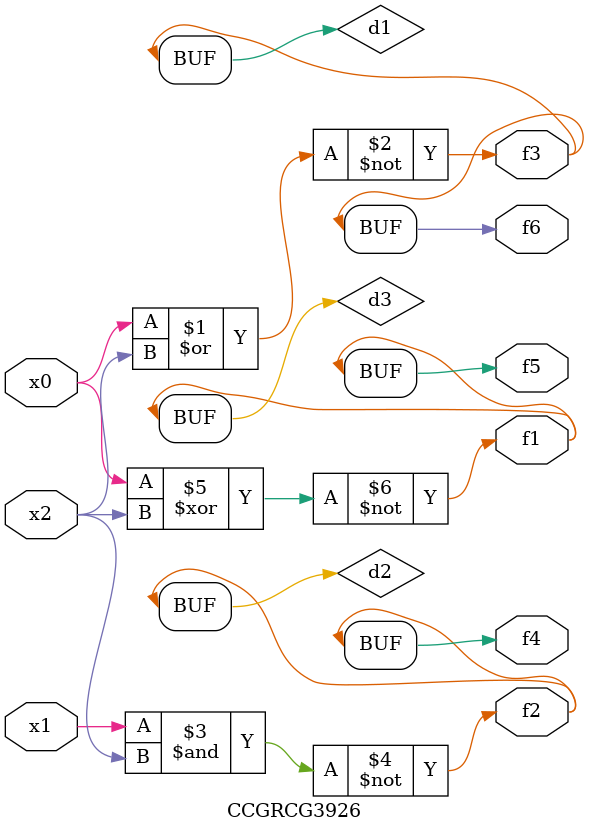
<source format=v>
module CCGRCG3926(
	input x0, x1, x2,
	output f1, f2, f3, f4, f5, f6
);

	wire d1, d2, d3;

	nor (d1, x0, x2);
	nand (d2, x1, x2);
	xnor (d3, x0, x2);
	assign f1 = d3;
	assign f2 = d2;
	assign f3 = d1;
	assign f4 = d2;
	assign f5 = d3;
	assign f6 = d1;
endmodule

</source>
